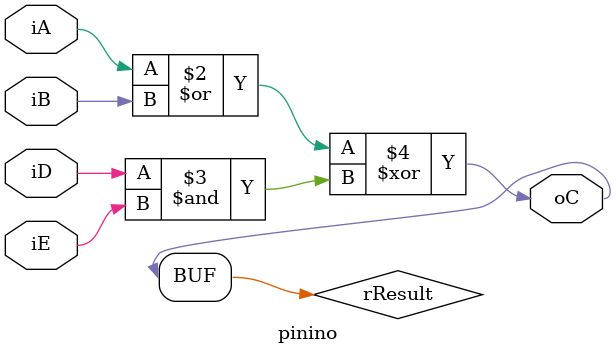
<source format=v>
/*
This exmaple just shows how:
    -Declare Inputs
    -Declare Outputs
    -Declare registers
    -Assing registers to outputs
    -Shows secuential code that evaluates:
        Or gate
        And gate
        Xor gate
*/
module pinino 
(
    input iA,
    input iB,
    output oC,

    input iD,
    input iE
);

reg rResult;
assign oC = rResult;

//assign oC = iA | iB;
//assign oF = iD & iE;

always @* 
    begin
        rResult = (iA | iB) ^ (iD & iE);
    end
endmodule
</source>
